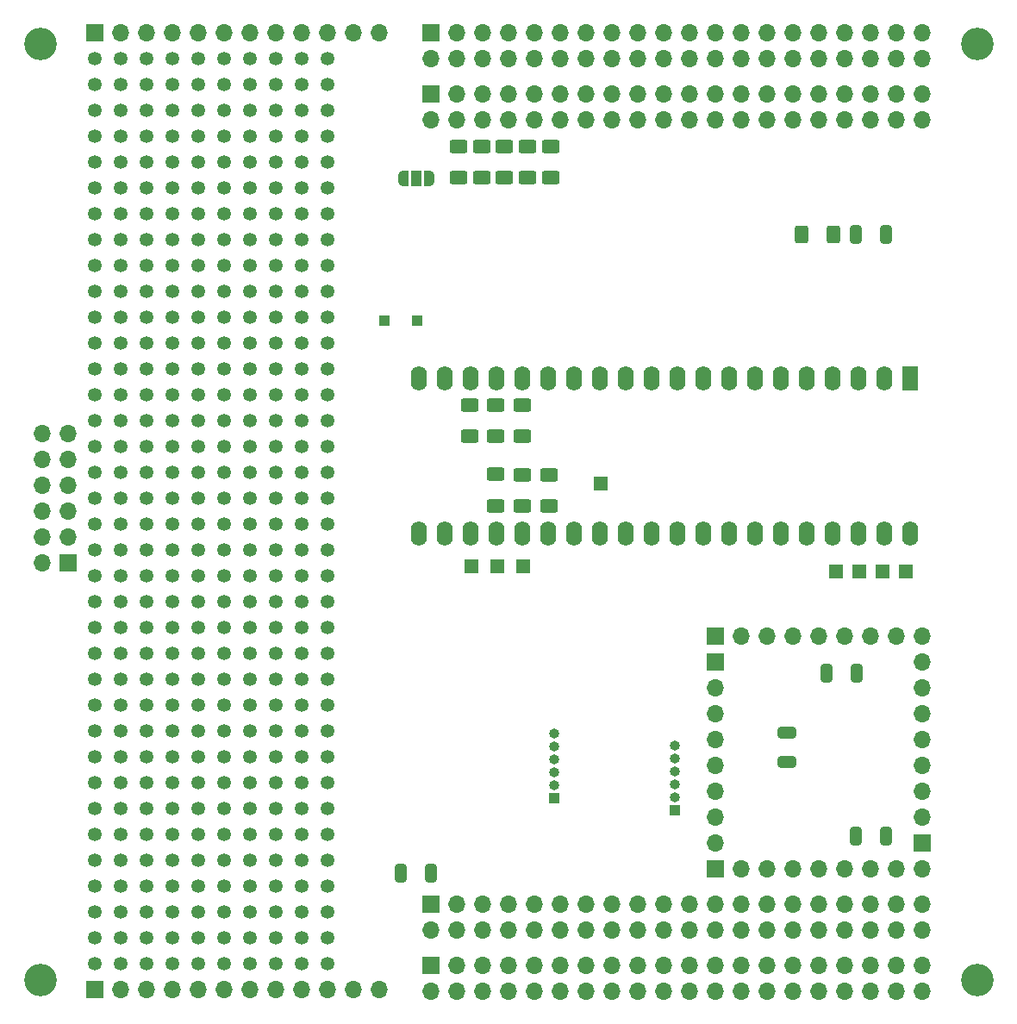
<source format=gbr>
%TF.GenerationSoftware,KiCad,Pcbnew,7.0.11-7.0.11~ubuntu20.04.1*%
%TF.CreationDate,2024-04-16T16:23:03+02:00*%
%TF.ProjectId,z80_schematics,7a38305f-7363-4686-956d-61746963732e,rev?*%
%TF.SameCoordinates,Original*%
%TF.FileFunction,Soldermask,Bot*%
%TF.FilePolarity,Negative*%
%FSLAX46Y46*%
G04 Gerber Fmt 4.6, Leading zero omitted, Abs format (unit mm)*
G04 Created by KiCad (PCBNEW 7.0.11-7.0.11~ubuntu20.04.1) date 2024-04-16 16:23:03*
%MOMM*%
%LPD*%
G01*
G04 APERTURE LIST*
G04 Aperture macros list*
%AMRoundRect*
0 Rectangle with rounded corners*
0 $1 Rounding radius*
0 $2 $3 $4 $5 $6 $7 $8 $9 X,Y pos of 4 corners*
0 Add a 4 corners polygon primitive as box body*
4,1,4,$2,$3,$4,$5,$6,$7,$8,$9,$2,$3,0*
0 Add four circle primitives for the rounded corners*
1,1,$1+$1,$2,$3*
1,1,$1+$1,$4,$5*
1,1,$1+$1,$6,$7*
1,1,$1+$1,$8,$9*
0 Add four rect primitives between the rounded corners*
20,1,$1+$1,$2,$3,$4,$5,0*
20,1,$1+$1,$4,$5,$6,$7,0*
20,1,$1+$1,$6,$7,$8,$9,0*
20,1,$1+$1,$8,$9,$2,$3,0*%
%AMFreePoly0*
4,1,19,0.550000,-0.750000,0.000000,-0.750000,0.000000,-0.744911,-0.071157,-0.744911,-0.207708,-0.704816,-0.327430,-0.627875,-0.420627,-0.520320,-0.479746,-0.390866,-0.500000,-0.250000,-0.500000,0.250000,-0.479746,0.390866,-0.420627,0.520320,-0.327430,0.627875,-0.207708,0.704816,-0.071157,0.744911,0.000000,0.744911,0.000000,0.750000,0.550000,0.750000,0.550000,-0.750000,0.550000,-0.750000,
$1*%
%AMFreePoly1*
4,1,19,0.000000,0.744911,0.071157,0.744911,0.207708,0.704816,0.327430,0.627875,0.420627,0.520320,0.479746,0.390866,0.500000,0.250000,0.500000,-0.250000,0.479746,-0.390866,0.420627,-0.520320,0.327430,-0.627875,0.207708,-0.704816,0.071157,-0.744911,0.000000,-0.744911,0.000000,-0.750000,-0.550000,-0.750000,-0.550000,0.750000,0.000000,0.750000,0.000000,0.744911,0.000000,0.744911,
$1*%
G04 Aperture macros list end*
%ADD10R,1.350000X1.350000*%
%ADD11R,1.700000X1.700000*%
%ADD12O,1.700000X1.700000*%
%ADD13C,1.350000*%
%ADD14R,1.000000X1.000000*%
%ADD15O,1.000000X1.000000*%
%ADD16R,1.600000X2.400000*%
%ADD17O,1.600000X2.400000*%
%ADD18C,3.200000*%
%ADD19RoundRect,0.250000X0.625000X-0.400000X0.625000X0.400000X-0.625000X0.400000X-0.625000X-0.400000X0*%
%ADD20FreePoly0,0.000000*%
%ADD21R,1.000000X1.500000*%
%ADD22FreePoly1,0.000000*%
%ADD23RoundRect,0.250000X0.325000X0.650000X-0.325000X0.650000X-0.325000X-0.650000X0.325000X-0.650000X0*%
%ADD24RoundRect,0.250000X-0.625000X0.400000X-0.625000X-0.400000X0.625000X-0.400000X0.625000X0.400000X0*%
%ADD25RoundRect,0.250000X0.400000X0.625000X-0.400000X0.625000X-0.400000X-0.625000X0.400000X-0.625000X0*%
%ADD26RoundRect,0.250000X-0.325000X-0.650000X0.325000X-0.650000X0.325000X0.650000X-0.325000X0.650000X0*%
%ADD27RoundRect,0.250000X-0.650000X0.325000X-0.650000X-0.325000X0.650000X-0.325000X0.650000X0.325000X0*%
G04 APERTURE END LIST*
D10*
%TO.C,J9*%
X146177000Y-100711000D03*
%TD*%
%TO.C,J12*%
X148717000Y-100711000D03*
%TD*%
D11*
%TO.C,J8*%
X167640000Y-130389005D03*
D12*
X170180000Y-130389005D03*
X172720000Y-130389005D03*
X175260000Y-130389005D03*
X177800000Y-130389005D03*
X180340000Y-130389005D03*
X182880000Y-130389005D03*
X185420000Y-130389005D03*
X187960000Y-130389005D03*
%TD*%
D13*
%TO.C,J26*%
X129540000Y-139700000D03*
X129540000Y-137160000D03*
X129540000Y-134620000D03*
X129540000Y-132080000D03*
X129540000Y-129540000D03*
X129540000Y-127000000D03*
X129540000Y-124460000D03*
X129540000Y-121920000D03*
X129540000Y-119380000D03*
X129540000Y-116840000D03*
X129540000Y-114300000D03*
X129540000Y-111760000D03*
X129540000Y-109220000D03*
X129540000Y-106680000D03*
X129540000Y-104140000D03*
X129540000Y-101600000D03*
X129540000Y-99060000D03*
X129540000Y-96520000D03*
X129540000Y-93980000D03*
X129540000Y-91440000D03*
X129540000Y-88900000D03*
X129540000Y-86360000D03*
X129540000Y-83820000D03*
X129540000Y-81280000D03*
X129540000Y-78740000D03*
X129540000Y-76200000D03*
X129540000Y-73660000D03*
X129540000Y-71120000D03*
X129540000Y-68580000D03*
X129540000Y-66040000D03*
X129540000Y-63500000D03*
X129540000Y-60960000D03*
X129540000Y-58420000D03*
X129540000Y-55880000D03*
X129540000Y-53340000D03*
X129540000Y-50800000D03*
X127000000Y-50800000D03*
X127000000Y-53340000D03*
X127000000Y-55880000D03*
X127000000Y-58420000D03*
X127000000Y-60960000D03*
X127000000Y-63500000D03*
X127000000Y-66040000D03*
X127000000Y-68580000D03*
X127000000Y-71120000D03*
X127000000Y-73660000D03*
X127000000Y-76200000D03*
X127000000Y-78740000D03*
X127000000Y-81280000D03*
X127000000Y-83820000D03*
X127000000Y-86360000D03*
X127000000Y-88900000D03*
X127000000Y-91440000D03*
X127000000Y-93980000D03*
X127000000Y-96520000D03*
X127000000Y-99060000D03*
X127000000Y-101600000D03*
X127000000Y-104140000D03*
X127000000Y-106680000D03*
X127000000Y-109220000D03*
X127000000Y-111760000D03*
X127000000Y-114300000D03*
X127000000Y-116840000D03*
X127000000Y-119380000D03*
X127000000Y-121920000D03*
X127000000Y-124460000D03*
X127000000Y-127000000D03*
X127000000Y-129540000D03*
X127000000Y-132080000D03*
X127000000Y-134620000D03*
X127000000Y-137160000D03*
X127000000Y-139700000D03*
%TD*%
D11*
%TO.C,J1*%
X139700000Y-48303005D03*
D12*
X139700000Y-50843005D03*
X142240000Y-48303005D03*
X142240000Y-50843005D03*
X144780000Y-48303005D03*
X144780000Y-50843005D03*
X147320000Y-48303005D03*
X147320000Y-50843005D03*
X149860000Y-48303005D03*
X149860000Y-50843005D03*
X152400000Y-48303005D03*
X152400000Y-50843005D03*
X154940000Y-48303005D03*
X154940000Y-50843005D03*
X157480000Y-48303005D03*
X157480000Y-50843005D03*
X160020000Y-48303005D03*
X160020000Y-50843005D03*
X162560000Y-48303005D03*
X162560000Y-50843005D03*
X165100000Y-48303005D03*
X165100000Y-50843005D03*
X167640000Y-48303005D03*
X167640000Y-50843005D03*
X170180000Y-48303005D03*
X170180000Y-50843005D03*
X172720000Y-48303005D03*
X172720000Y-50843005D03*
X175260000Y-48303005D03*
X175260000Y-50843005D03*
X177800000Y-48303005D03*
X177800000Y-50843005D03*
X180340000Y-48303005D03*
X180340000Y-50843005D03*
X182880000Y-48303005D03*
X182880000Y-50843005D03*
X185420000Y-48303005D03*
X185420000Y-50843005D03*
X187960000Y-48303005D03*
X187960000Y-50843005D03*
%TD*%
D10*
%TO.C,J13*%
X143637000Y-100711000D03*
%TD*%
D14*
%TO.C,J11*%
X135128000Y-76581000D03*
%TD*%
%TO.C,J31*%
X163677600Y-124663200D03*
D15*
X163677600Y-123393200D03*
X163677600Y-122123200D03*
X163677600Y-120853200D03*
X163677600Y-119583200D03*
X163677600Y-118313200D03*
%TD*%
D11*
%TO.C,J5*%
X167640000Y-107529005D03*
D12*
X170180000Y-107529005D03*
X172720000Y-107529005D03*
X175260000Y-107529005D03*
X177800000Y-107529005D03*
X180340000Y-107529005D03*
X182880000Y-107529005D03*
X185420000Y-107529005D03*
X187960000Y-107529005D03*
%TD*%
D11*
%TO.C,J4*%
X139700000Y-133849005D03*
D12*
X139700000Y-136389005D03*
X142240000Y-133849005D03*
X142240000Y-136389005D03*
X144780000Y-133849005D03*
X144780000Y-136389005D03*
X147320000Y-133849005D03*
X147320000Y-136389005D03*
X149860000Y-133849005D03*
X149860000Y-136389005D03*
X152400000Y-133849005D03*
X152400000Y-136389005D03*
X154940000Y-133849005D03*
X154940000Y-136389005D03*
X157480000Y-133849005D03*
X157480000Y-136389005D03*
X160020000Y-133849005D03*
X160020000Y-136389005D03*
X162560000Y-133849005D03*
X162560000Y-136389005D03*
X165100000Y-133849005D03*
X165100000Y-136389005D03*
X167640000Y-133849005D03*
X167640000Y-136389005D03*
X170180000Y-133849005D03*
X170180000Y-136389005D03*
X172720000Y-133849005D03*
X172720000Y-136389005D03*
X175260000Y-133849005D03*
X175260000Y-136389005D03*
X177800000Y-133849005D03*
X177800000Y-136389005D03*
X180340000Y-133849005D03*
X180340000Y-136389005D03*
X182880000Y-133849005D03*
X182880000Y-136389005D03*
X185420000Y-133849005D03*
X185420000Y-136389005D03*
X187960000Y-133849005D03*
X187960000Y-136389005D03*
%TD*%
D13*
%TO.C,J24*%
X119380000Y-139700000D03*
X119380000Y-137160000D03*
X119380000Y-134620000D03*
X119380000Y-132080000D03*
X119380000Y-129540000D03*
X119380000Y-127000000D03*
X119380000Y-124460000D03*
X119380000Y-121920000D03*
X119380000Y-119380000D03*
X119380000Y-116840000D03*
X119380000Y-114300000D03*
X119380000Y-111760000D03*
X119380000Y-109220000D03*
X119380000Y-106680000D03*
X119380000Y-104140000D03*
X119380000Y-101600000D03*
X119380000Y-99060000D03*
X119380000Y-96520000D03*
X119380000Y-93980000D03*
X119380000Y-91440000D03*
X119380000Y-88900000D03*
X119380000Y-86360000D03*
X119380000Y-83820000D03*
X119380000Y-81280000D03*
X119380000Y-78740000D03*
X119380000Y-76200000D03*
X119380000Y-73660000D03*
X119380000Y-71120000D03*
X119380000Y-68580000D03*
X119380000Y-66040000D03*
X119380000Y-63500000D03*
X119380000Y-60960000D03*
X119380000Y-58420000D03*
X119380000Y-55880000D03*
X119380000Y-53340000D03*
X119380000Y-50800000D03*
X116840000Y-50800000D03*
X116840000Y-53340000D03*
X116840000Y-55880000D03*
X116840000Y-58420000D03*
X116840000Y-60960000D03*
X116840000Y-63500000D03*
X116840000Y-66040000D03*
X116840000Y-68580000D03*
X116840000Y-71120000D03*
X116840000Y-73660000D03*
X116840000Y-76200000D03*
X116840000Y-78740000D03*
X116840000Y-81280000D03*
X116840000Y-83820000D03*
X116840000Y-86360000D03*
X116840000Y-88900000D03*
X116840000Y-91440000D03*
X116840000Y-93980000D03*
X116840000Y-96520000D03*
X116840000Y-99060000D03*
X116840000Y-101600000D03*
X116840000Y-104140000D03*
X116840000Y-106680000D03*
X116840000Y-109220000D03*
X116840000Y-111760000D03*
X116840000Y-114300000D03*
X116840000Y-116840000D03*
X116840000Y-119380000D03*
X116840000Y-121920000D03*
X116840000Y-124460000D03*
X116840000Y-127000000D03*
X116840000Y-129540000D03*
X116840000Y-132080000D03*
X116840000Y-134620000D03*
X116840000Y-137160000D03*
X116840000Y-139700000D03*
%TD*%
D10*
%TO.C,J32*%
X156337000Y-92583000D03*
%TD*%
D16*
%TO.C,U10*%
X186760000Y-82250000D03*
D17*
X184220000Y-82250000D03*
X181680000Y-82250000D03*
X179140000Y-82250000D03*
X176600000Y-82250000D03*
X174060000Y-82250000D03*
X171520000Y-82250000D03*
X168980000Y-82250000D03*
X166440000Y-82250000D03*
X163900000Y-82250000D03*
X161360000Y-82250000D03*
X158820000Y-82250000D03*
X156280000Y-82250000D03*
X153740000Y-82250000D03*
X151200000Y-82250000D03*
X148660000Y-82250000D03*
X146120000Y-82250000D03*
X143580000Y-82250000D03*
X141040000Y-82250000D03*
X138500000Y-82250000D03*
X138500000Y-97490000D03*
X141040000Y-97490000D03*
X143580000Y-97490000D03*
X146120000Y-97490000D03*
X148660000Y-97490000D03*
X151200000Y-97490000D03*
X153740000Y-97490000D03*
X156280000Y-97490000D03*
X158820000Y-97490000D03*
X161360000Y-97490000D03*
X163900000Y-97490000D03*
X166440000Y-97490000D03*
X168980000Y-97490000D03*
X171520000Y-97490000D03*
X174060000Y-97490000D03*
X176600000Y-97490000D03*
X179140000Y-97490000D03*
X181680000Y-97490000D03*
X184220000Y-97490000D03*
X186760000Y-97490000D03*
%TD*%
D11*
%TO.C,J20*%
X106680000Y-142240000D03*
D12*
X109220000Y-142240000D03*
X111760000Y-142240000D03*
X114300000Y-142240000D03*
X116840000Y-142240000D03*
X119380000Y-142240000D03*
X121920000Y-142240000D03*
X124460000Y-142240000D03*
X127000000Y-142240000D03*
X129540000Y-142240000D03*
X132080000Y-142240000D03*
X134620000Y-142240000D03*
%TD*%
D10*
%TO.C,J14*%
X179451000Y-101219000D03*
%TD*%
D13*
%TO.C,J25*%
X124460000Y-139700000D03*
X124460000Y-137160000D03*
X124460000Y-134620000D03*
X124460000Y-132080000D03*
X124460000Y-129540000D03*
X124460000Y-127000000D03*
X124460000Y-124460000D03*
X124460000Y-121920000D03*
X124460000Y-119380000D03*
X124460000Y-116840000D03*
X124460000Y-114300000D03*
X124460000Y-111760000D03*
X124460000Y-109220000D03*
X124460000Y-106680000D03*
X124460000Y-104140000D03*
X124460000Y-101600000D03*
X124460000Y-99060000D03*
X124460000Y-96520000D03*
X124460000Y-93980000D03*
X124460000Y-91440000D03*
X124460000Y-88900000D03*
X124460000Y-86360000D03*
X124460000Y-83820000D03*
X124460000Y-81280000D03*
X124460000Y-78740000D03*
X124460000Y-76200000D03*
X124460000Y-73660000D03*
X124460000Y-71120000D03*
X124460000Y-68580000D03*
X124460000Y-66040000D03*
X124460000Y-63500000D03*
X124460000Y-60960000D03*
X124460000Y-58420000D03*
X124460000Y-55880000D03*
X124460000Y-53340000D03*
X124460000Y-50800000D03*
X121920000Y-50800000D03*
X121920000Y-53340000D03*
X121920000Y-55880000D03*
X121920000Y-58420000D03*
X121920000Y-60960000D03*
X121920000Y-63500000D03*
X121920000Y-66040000D03*
X121920000Y-68580000D03*
X121920000Y-71120000D03*
X121920000Y-73660000D03*
X121920000Y-76200000D03*
X121920000Y-78740000D03*
X121920000Y-81280000D03*
X121920000Y-83820000D03*
X121920000Y-86360000D03*
X121920000Y-88900000D03*
X121920000Y-91440000D03*
X121920000Y-93980000D03*
X121920000Y-96520000D03*
X121920000Y-99060000D03*
X121920000Y-101600000D03*
X121920000Y-104140000D03*
X121920000Y-106680000D03*
X121920000Y-109220000D03*
X121920000Y-111760000D03*
X121920000Y-114300000D03*
X121920000Y-116840000D03*
X121920000Y-119380000D03*
X121920000Y-121920000D03*
X121920000Y-124460000D03*
X121920000Y-127000000D03*
X121920000Y-129540000D03*
X121920000Y-132080000D03*
X121920000Y-134620000D03*
X121920000Y-137160000D03*
X121920000Y-139700000D03*
%TD*%
D11*
%TO.C,J35*%
X104013000Y-100330000D03*
D12*
X101473000Y-100330000D03*
X104013000Y-97790000D03*
X101473000Y-97790000D03*
X104013000Y-95250000D03*
X101473000Y-95250000D03*
X104013000Y-92710000D03*
X101473000Y-92710000D03*
X104013000Y-90170000D03*
X101473000Y-90170000D03*
X104013000Y-87630000D03*
X101473000Y-87630000D03*
%TD*%
D11*
%TO.C,J2*%
X139700000Y-139849005D03*
D12*
X139700000Y-142389005D03*
X142240000Y-139849005D03*
X142240000Y-142389005D03*
X144780000Y-139849005D03*
X144780000Y-142389005D03*
X147320000Y-139849005D03*
X147320000Y-142389005D03*
X149860000Y-139849005D03*
X149860000Y-142389005D03*
X152400000Y-139849005D03*
X152400000Y-142389005D03*
X154940000Y-139849005D03*
X154940000Y-142389005D03*
X157480000Y-139849005D03*
X157480000Y-142389005D03*
X160020000Y-139849005D03*
X160020000Y-142389005D03*
X162560000Y-139849005D03*
X162560000Y-142389005D03*
X165100000Y-139849005D03*
X165100000Y-142389005D03*
X167640000Y-139849005D03*
X167640000Y-142389005D03*
X170180000Y-139849005D03*
X170180000Y-142389005D03*
X172720000Y-139849005D03*
X172720000Y-142389005D03*
X175260000Y-139849005D03*
X175260000Y-142389005D03*
X177800000Y-139849005D03*
X177800000Y-142389005D03*
X180340000Y-139849005D03*
X180340000Y-142389005D03*
X182880000Y-139849005D03*
X182880000Y-142389005D03*
X185420000Y-139849005D03*
X185420000Y-142389005D03*
X187960000Y-139849005D03*
X187960000Y-142389005D03*
%TD*%
D14*
%TO.C,J30*%
X151790400Y-123444000D03*
D15*
X151790400Y-122174000D03*
X151790400Y-120904000D03*
X151790400Y-119634000D03*
X151790400Y-118364000D03*
X151790400Y-117094000D03*
%TD*%
D11*
%TO.C,J6*%
X187960000Y-127849005D03*
D12*
X187960000Y-125309005D03*
X187960000Y-122769005D03*
X187960000Y-120229005D03*
X187960000Y-117689005D03*
X187960000Y-115149005D03*
X187960000Y-112609005D03*
X187960000Y-110069005D03*
%TD*%
D18*
%TO.C,H3*%
X193340000Y-49346005D03*
%TD*%
D10*
%TO.C,J16*%
X184023000Y-101219000D03*
%TD*%
D13*
%TO.C,J23*%
X114300000Y-139700000D03*
X114300000Y-137160000D03*
X114300000Y-134620000D03*
X114300000Y-132080000D03*
X114300000Y-129540000D03*
X114300000Y-127000000D03*
X114300000Y-124460000D03*
X114300000Y-121920000D03*
X114300000Y-119380000D03*
X114300000Y-116840000D03*
X114300000Y-114300000D03*
X114300000Y-111760000D03*
X114300000Y-109220000D03*
X114300000Y-106680000D03*
X114300000Y-104140000D03*
X114300000Y-101600000D03*
X114300000Y-99060000D03*
X114300000Y-96520000D03*
X114300000Y-93980000D03*
X114300000Y-91440000D03*
X114300000Y-88900000D03*
X114300000Y-86360000D03*
X114300000Y-83820000D03*
X114300000Y-81280000D03*
X114300000Y-78740000D03*
X114300000Y-76200000D03*
X114300000Y-73660000D03*
X114300000Y-71120000D03*
X114300000Y-68580000D03*
X114300000Y-66040000D03*
X114300000Y-63500000D03*
X114300000Y-60960000D03*
X114300000Y-58420000D03*
X114300000Y-55880000D03*
X114300000Y-53340000D03*
X114300000Y-50800000D03*
X111760000Y-50800000D03*
X111760000Y-53340000D03*
X111760000Y-55880000D03*
X111760000Y-58420000D03*
X111760000Y-60960000D03*
X111760000Y-63500000D03*
X111760000Y-66040000D03*
X111760000Y-68580000D03*
X111760000Y-71120000D03*
X111760000Y-73660000D03*
X111760000Y-76200000D03*
X111760000Y-78740000D03*
X111760000Y-81280000D03*
X111760000Y-83820000D03*
X111760000Y-86360000D03*
X111760000Y-88900000D03*
X111760000Y-91440000D03*
X111760000Y-93980000D03*
X111760000Y-96520000D03*
X111760000Y-99060000D03*
X111760000Y-101600000D03*
X111760000Y-104140000D03*
X111760000Y-106680000D03*
X111760000Y-109220000D03*
X111760000Y-111760000D03*
X111760000Y-114300000D03*
X111760000Y-116840000D03*
X111760000Y-119380000D03*
X111760000Y-121920000D03*
X111760000Y-124460000D03*
X111760000Y-127000000D03*
X111760000Y-129540000D03*
X111760000Y-132080000D03*
X111760000Y-134620000D03*
X111760000Y-137160000D03*
X111760000Y-139700000D03*
%TD*%
D10*
%TO.C,J15*%
X181737000Y-101219000D03*
%TD*%
D11*
%TO.C,J7*%
X167640000Y-110069005D03*
D12*
X167640000Y-112609005D03*
X167640000Y-115149005D03*
X167640000Y-117689005D03*
X167640000Y-120229005D03*
X167640000Y-122769005D03*
X167640000Y-125309005D03*
X167640000Y-127849005D03*
%TD*%
D14*
%TO.C,J10*%
X138303000Y-76581000D03*
%TD*%
D11*
%TO.C,J3*%
X139700000Y-54303005D03*
D12*
X139700000Y-56843005D03*
X142240000Y-54303005D03*
X142240000Y-56843005D03*
X144780000Y-54303005D03*
X144780000Y-56843005D03*
X147320000Y-54303005D03*
X147320000Y-56843005D03*
X149860000Y-54303005D03*
X149860000Y-56843005D03*
X152400000Y-54303005D03*
X152400000Y-56843005D03*
X154940000Y-54303005D03*
X154940000Y-56843005D03*
X157480000Y-54303005D03*
X157480000Y-56843005D03*
X160020000Y-54303005D03*
X160020000Y-56843005D03*
X162560000Y-54303005D03*
X162560000Y-56843005D03*
X165100000Y-54303005D03*
X165100000Y-56843005D03*
X167640000Y-54303005D03*
X167640000Y-56843005D03*
X170180000Y-54303005D03*
X170180000Y-56843005D03*
X172720000Y-54303005D03*
X172720000Y-56843005D03*
X175260000Y-54303005D03*
X175260000Y-56843005D03*
X177800000Y-54303005D03*
X177800000Y-56843005D03*
X180340000Y-54303005D03*
X180340000Y-56843005D03*
X182880000Y-54303005D03*
X182880000Y-56843005D03*
X185420000Y-54303005D03*
X185420000Y-56843005D03*
X187960000Y-54303005D03*
X187960000Y-56843005D03*
%TD*%
D18*
%TO.C,H1*%
X101340000Y-49346005D03*
%TD*%
%TO.C,H2*%
X101340000Y-141346005D03*
%TD*%
D13*
%TO.C,J22*%
X109220000Y-139700000D03*
X109220000Y-137160000D03*
X109220000Y-134620000D03*
X109220000Y-132080000D03*
X109220000Y-129540000D03*
X109220000Y-127000000D03*
X109220000Y-124460000D03*
X109220000Y-121920000D03*
X109220000Y-119380000D03*
X109220000Y-116840000D03*
X109220000Y-114300000D03*
X109220000Y-111760000D03*
X109220000Y-109220000D03*
X109220000Y-106680000D03*
X109220000Y-104140000D03*
X109220000Y-101600000D03*
X109220000Y-99060000D03*
X109220000Y-96520000D03*
X109220000Y-93980000D03*
X109220000Y-91440000D03*
X109220000Y-88900000D03*
X109220000Y-86360000D03*
X109220000Y-83820000D03*
X109220000Y-81280000D03*
X109220000Y-78740000D03*
X109220000Y-76200000D03*
X109220000Y-73660000D03*
X109220000Y-71120000D03*
X109220000Y-68580000D03*
X109220000Y-66040000D03*
X109220000Y-63500000D03*
X109220000Y-60960000D03*
X109220000Y-58420000D03*
X109220000Y-55880000D03*
X109220000Y-53340000D03*
X109220000Y-50800000D03*
X106680000Y-50800000D03*
X106680000Y-53340000D03*
X106680000Y-55880000D03*
X106680000Y-58420000D03*
X106680000Y-60960000D03*
X106680000Y-63500000D03*
X106680000Y-66040000D03*
X106680000Y-68580000D03*
X106680000Y-71120000D03*
X106680000Y-73660000D03*
X106680000Y-76200000D03*
X106680000Y-78740000D03*
X106680000Y-81280000D03*
X106680000Y-83820000D03*
X106680000Y-86360000D03*
X106680000Y-88900000D03*
X106680000Y-91440000D03*
X106680000Y-93980000D03*
X106680000Y-96520000D03*
X106680000Y-99060000D03*
X106680000Y-101600000D03*
X106680000Y-104140000D03*
X106680000Y-106680000D03*
X106680000Y-109220000D03*
X106680000Y-111760000D03*
X106680000Y-114300000D03*
X106680000Y-116840000D03*
X106680000Y-119380000D03*
X106680000Y-121920000D03*
X106680000Y-124460000D03*
X106680000Y-127000000D03*
X106680000Y-129540000D03*
X106680000Y-132080000D03*
X106680000Y-134620000D03*
X106680000Y-137160000D03*
X106680000Y-139700000D03*
%TD*%
D10*
%TO.C,J17*%
X186309000Y-101219000D03*
%TD*%
D11*
%TO.C,J21*%
X106680000Y-48260000D03*
D12*
X109220000Y-48260000D03*
X111760000Y-48260000D03*
X114300000Y-48260000D03*
X116840000Y-48260000D03*
X119380000Y-48260000D03*
X121920000Y-48260000D03*
X124460000Y-48260000D03*
X127000000Y-48260000D03*
X129540000Y-48260000D03*
X132080000Y-48260000D03*
X134620000Y-48260000D03*
%TD*%
D18*
%TO.C,H4*%
X193340000Y-141346005D03*
%TD*%
D19*
%TO.C,R21*%
X146050000Y-87910000D03*
X146050000Y-84810000D03*
%TD*%
D20*
%TO.C,JP29*%
X136956800Y-62611000D03*
D21*
X138256800Y-62611000D03*
D22*
X139556800Y-62611000D03*
%TD*%
D23*
%TO.C,C2*%
X139652800Y-130810000D03*
X136702800Y-130810000D03*
%TD*%
D19*
%TO.C,R9*%
X144653000Y-62510000D03*
X144653000Y-59410000D03*
%TD*%
%TO.C,R12*%
X142367000Y-62510000D03*
X142367000Y-59410000D03*
%TD*%
%TO.C,R11*%
X146897000Y-62510000D03*
X146897000Y-59410000D03*
%TD*%
D24*
%TO.C,R25*%
X146050000Y-91642000D03*
X146050000Y-94742000D03*
%TD*%
%TO.C,R20*%
X151257000Y-91668000D03*
X151257000Y-94768000D03*
%TD*%
D25*
%TO.C,R1*%
X179223000Y-68072000D03*
X176123000Y-68072000D03*
%TD*%
D26*
%TO.C,C7*%
X178533000Y-111135805D03*
X181483000Y-111135805D03*
%TD*%
D19*
%TO.C,R22*%
X148666200Y-87910000D03*
X148666200Y-84810000D03*
%TD*%
D24*
%TO.C,R23*%
X148666200Y-91668000D03*
X148666200Y-94768000D03*
%TD*%
D19*
%TO.C,R8*%
X151469000Y-62510000D03*
X151469000Y-59410000D03*
%TD*%
D26*
%TO.C,C8*%
X181405000Y-127137805D03*
X184355000Y-127137805D03*
%TD*%
%TO.C,C3*%
X181405000Y-68072000D03*
X184355000Y-68072000D03*
%TD*%
D19*
%TO.C,R24*%
X143510000Y-87910000D03*
X143510000Y-84810000D03*
%TD*%
D27*
%TO.C,C6*%
X174625000Y-116977805D03*
X174625000Y-119927805D03*
%TD*%
D19*
%TO.C,R10*%
X149183000Y-62510000D03*
X149183000Y-59410000D03*
%TD*%
M02*

</source>
